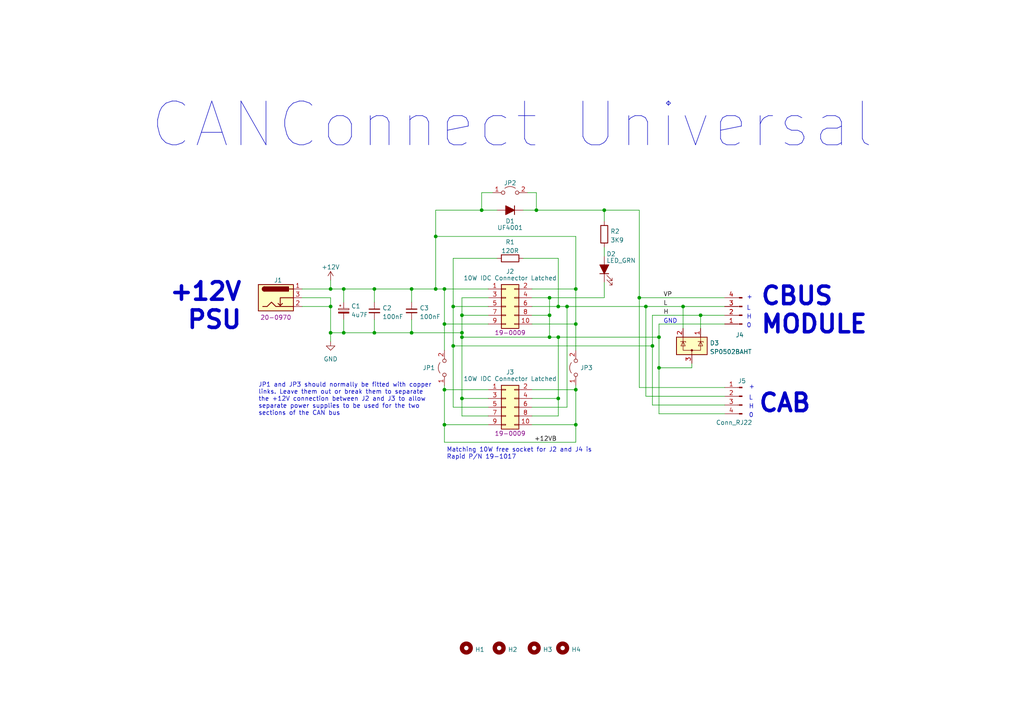
<source format=kicad_sch>
(kicad_sch (version 20211123) (generator eeschema)
  (paper "A4")
  (title_block (title "CANConnect Universal") (date "2022-07-30") (rev "A") (comment 1 "1008"))
  (lib_symbols
    (symbol "Connector:Barrel_Jack_Switch" (pin_names hide)
      (property "Reference" "J" (at 0 5.334 0))
      (property "Value" "Barrel_Jack_Switch" (at 0 -5.08 0))
      (symbol "Barrel_Jack_Switch_0_1"
        (rectangle (start -5.08 3.81) (end 5.08 -3.81) (stroke (width 0.254)) (fill (type background)))
        (arc (start -3.302 3.175) (mid -3.937 2.54) (end -3.302 1.905) (stroke (width 0.254)))
        (arc (start -3.302 3.175) (mid -3.937 2.54) (end -3.302 1.905) (stroke (width 0.254)) (fill (type outline)))
        (polyline (pts (xy 1.27 -2.286) (xy 1.905 -1.651)) (stroke (width 0.254)))
        (polyline (pts (xy 5.08 2.54) (xy 3.81 2.54)) (stroke (width 0.254)))
        (polyline (pts (xy 5.08 0) (xy 1.27 0) (xy 1.27 -2.286) (xy 0.635 -1.651)) (stroke (width 0.254)))
        (polyline (pts (xy -3.81 -2.54) (xy -2.54 -2.54) (xy -1.27 -1.27) (xy 0 -2.54) (xy 2.54 -2.54) (xy 5.08 -2.54)) (stroke (width 0.254)))
        (rectangle (start 3.683 3.175) (end -3.302 1.905) (stroke (width 0.254)) (fill (type outline)))
      )
      (symbol "Barrel_Jack_Switch_1_1"
        (pin passive line (at 7.62 2.54 180) (length 2.54) (name "~") (number "1"))
        (pin passive line (at 7.62 -2.54 180) (length 2.54) (name "~") (number "2"))
        (pin passive line (at 7.62 0 180) (length 2.54) (name "~") (number "3"))
      )
    )
    (symbol "Connector:Conn_01x04_Male" (pin_names (offset 1.016) hide)
      (property "Reference" "J" (at 0 5.08 0))
      (property "Value" "Conn_01x04_Male" (at 0 -7.62 0))
      (symbol "Conn_01x04_Male_1_1"
        (polyline (pts (xy 1.27 -5.08) (xy 0.8636 -5.08)) (stroke (width 0.1524)))
        (polyline (pts (xy 1.27 -2.54) (xy 0.8636 -2.54)) (stroke (width 0.1524)))
        (polyline (pts (xy 1.27 0) (xy 0.8636 0)) (stroke (width 0.1524)))
        (polyline (pts (xy 1.27 2.54) (xy 0.8636 2.54)) (stroke (width 0.1524)))
        (rectangle (start 0.8636 -4.953) (end 0 -5.207) (stroke (width 0.1524)) (fill (type outline)))
        (rectangle (start 0.8636 -2.413) (end 0 -2.667) (stroke (width 0.1524)) (fill (type outline)))
        (rectangle (start 0.8636 0.127) (end 0 -0.127) (stroke (width 0.1524)) (fill (type outline)))
        (rectangle (start 0.8636 2.667) (end 0 2.413) (stroke (width 0.1524)) (fill (type outline)))
        (pin passive line (at 5.08 2.54 180) (length 3.81) (name "Pin_1") (number "1"))
        (pin passive line (at 5.08 0 180) (length 3.81) (name "Pin_2") (number "2"))
        (pin passive line (at 5.08 -2.54 180) (length 3.81) (name "Pin_3") (number "3"))
        (pin passive line (at 5.08 -5.08 180) (length 3.81) (name "Pin_4") (number "4"))
      )
    )
    (symbol "Connector_Generic:Conn_02x05_Odd_Even" (pin_names (offset 1.016) hide)
      (property "Reference" "J" (at 1.27 7.62 0))
      (property "Value" "Conn_02x05_Odd_Even" (at 1.27 -7.62 0))
      (symbol "Conn_02x05_Odd_Even_1_1"
        (rectangle (start -1.27 -4.953) (end 0 -5.207) (stroke (width 0.1524)))
        (rectangle (start -1.27 -2.413) (end 0 -2.667) (stroke (width 0.1524)))
        (rectangle (start -1.27 0.127) (end 0 -0.127) (stroke (width 0.1524)))
        (rectangle (start -1.27 2.667) (end 0 2.413) (stroke (width 0.1524)))
        (rectangle (start -1.27 5.207) (end 0 4.953) (stroke (width 0.1524)))
        (rectangle (start -1.27 6.35) (end 3.81 -6.35) (stroke (width 0.254)) (fill (type background)))
        (rectangle (start 3.81 -4.953) (end 2.54 -5.207) (stroke (width 0.1524)))
        (rectangle (start 3.81 -2.413) (end 2.54 -2.667) (stroke (width 0.1524)))
        (rectangle (start 3.81 0.127) (end 2.54 -0.127) (stroke (width 0.1524)))
        (rectangle (start 3.81 2.667) (end 2.54 2.413) (stroke (width 0.1524)))
        (rectangle (start 3.81 5.207) (end 2.54 4.953) (stroke (width 0.1524)))
        (pin passive line (at -5.08 5.08 0) (length 3.81) (name "Pin_1") (number "1"))
        (pin passive line (at 7.62 -5.08 180) (length 3.81) (name "Pin_10") (number "10"))
        (pin passive line (at 7.62 5.08 180) (length 3.81) (name "Pin_2") (number "2"))
        (pin passive line (at -5.08 2.54 0) (length 3.81) (name "Pin_3") (number "3"))
        (pin passive line (at 7.62 2.54 180) (length 3.81) (name "Pin_4") (number "4"))
        (pin passive line (at -5.08 0 0) (length 3.81) (name "Pin_5") (number "5"))
        (pin passive line (at 7.62 0 180) (length 3.81) (name "Pin_6") (number "6"))
        (pin passive line (at -5.08 -2.54 0) (length 3.81) (name "Pin_7") (number "7"))
        (pin passive line (at 7.62 -2.54 180) (length 3.81) (name "Pin_8") (number "8"))
        (pin passive line (at -5.08 -5.08 0) (length 3.81) (name "Pin_9") (number "9"))
      )
    )
    (symbol "Device:C_Polarized_Small" (pin_numbers hide) (pin_names (offset 0.254) hide)
      (property "Reference" "C" (at 0.254 1.778 0))
      (property "Value" "C_Polarized_Small" (at 0.254 -2.032 0))
      (symbol "C_Polarized_Small_0_1"
        (rectangle (start -1.524 -0.3048) (end 1.524 -0.6858) (fill (type outline)))
        (rectangle (start -1.524 0.6858) (end 1.524 0.3048))
        (polyline (pts (xy -1.27 1.524) (xy -0.762 1.524)))
        (polyline (pts (xy -1.016 1.27) (xy -1.016 1.778)))
      )
      (symbol "C_Polarized_Small_1_1"
        (pin passive line (at 0 2.54 270) (length 1.8542) (name "~") (number "1"))
        (pin passive line (at 0 -2.54 90) (length 1.8542) (name "~") (number "2"))
      )
    )
    (symbol "Device:C_Small" (pin_numbers hide) (pin_names (offset 0.254) hide)
      (property "Reference" "C" (at 0.254 1.778 0))
      (property "Value" "C_Small" (at 0.254 -2.032 0))
      (symbol "C_Small_0_1"
        (polyline (pts (xy -1.524 -0.508) (xy 1.524 -0.508)) (stroke (width 0.3302)))
        (polyline (pts (xy -1.524 0.508) (xy 1.524 0.508)) (stroke (width 0.3048)))
      )
      (symbol "C_Small_1_1"
        (pin passive line (at 0 2.54 270) (length 2.032) (name "~") (number "1"))
        (pin passive line (at 0 -2.54 90) (length 2.032) (name "~") (number "2"))
      )
    )
    (symbol "Device:D_Filled" (pin_numbers hide) (pin_names (offset 1.016) hide)
      (property "Reference" "D" (at 0 2.54 0))
      (property "Value" "D_Filled" (at 0 -2.54 0))
      (symbol "D_Filled_0_1"
        (polyline (pts (xy -1.27 1.27) (xy -1.27 -1.27)) (stroke (width 0.254)))
        (polyline (pts (xy 1.27 0) (xy -1.27 0)))
        (polyline (pts (xy 1.27 1.27) (xy 1.27 -1.27) (xy -1.27 0) (xy 1.27 1.27)) (stroke (width 0.254)) (fill (type outline)))
      )
      (symbol "D_Filled_1_1"
        (pin passive line (at -3.81 0 0) (length 2.54) (name "K") (number "1"))
        (pin passive line (at 3.81 0 180) (length 2.54) (name "A") (number "2"))
      )
    )
    (symbol "Device:LED_Filled" (pin_numbers hide) (pin_names (offset 1.016) hide)
      (property "Reference" "D" (at 0 2.54 0))
      (property "Value" "LED_Filled" (at 0 -2.54 0))
      (symbol "LED_Filled_0_1"
        (polyline (pts (xy -1.27 -1.27) (xy -1.27 1.27)) (stroke (width 0.254)))
        (polyline (pts (xy -1.27 0) (xy 1.27 0)))
        (polyline (pts (xy 1.27 -1.27) (xy 1.27 1.27) (xy -1.27 0) (xy 1.27 -1.27)) (stroke (width 0.254)) (fill (type outline)))
        (polyline (pts (xy -3.048 -0.762) (xy -4.572 -2.286) (xy -3.81 -2.286) (xy -4.572 -2.286) (xy -4.572 -1.524)))
        (polyline (pts (xy -1.778 -0.762) (xy -3.302 -2.286) (xy -2.54 -2.286) (xy -3.302 -2.286) (xy -3.302 -1.524)))
      )
      (symbol "LED_Filled_1_1"
        (pin passive line (at -3.81 0 0) (length 2.54) (name "K") (number "1"))
        (pin passive line (at 3.81 0 180) (length 2.54) (name "A") (number "2"))
      )
    )
    (symbol "Device:R" (pin_numbers hide) (pin_names (offset 0))
      (property "Reference" "R" (at 2.032 0 90))
      (property "Value" "R" (at 0 0 90))
      (symbol "R_0_1"
        (rectangle (start -1.016 -2.54) (end 1.016 2.54) (stroke (width 0.254)))
      )
      (symbol "R_1_1"
        (pin passive line (at 0 3.81 270) (length 1.27) (name "~") (number "1"))
        (pin passive line (at 0 -3.81 90) (length 1.27) (name "~") (number "2"))
      )
    )
    (symbol "Jumper:Jumper_2_Open" (pin_names (offset 0) hide)
      (property "Reference" "JP" (at 0 2.794 0))
      (property "Value" "Jumper_2_Open" (at 0 -2.286 0))
      (symbol "Jumper_2_Open_0_0"
        (circle (center -2.032 0) (radius 0.508))
        (circle (center 2.032 0) (radius 0.508))
      )
      (symbol "Jumper_2_Open_0_1"
        (arc (start 1.524 1.27) (mid 0 1.778) (end -1.524 1.27))
      )
      (symbol "Jumper_2_Open_1_1"
        (pin passive line (at -5.08 0 0) (length 2.54) (name "A") (number "1"))
        (pin passive line (at 5.08 0 180) (length 2.54) (name "B") (number "2"))
      )
    )
    (symbol "Mechanical:MountingHole" (pin_names (offset 1.016))
      (property "Reference" "H" (at 0 5.08 0))
      (property "Value" "MountingHole" (at 0 3.175 0))
      (symbol "MountingHole_0_1"
        (circle (center 0 0) (radius 1.27) (stroke (width 1.27)))
      )
    )
    (symbol "Power_Protection:SP0502BAHT" (pin_names hide)
      (property "Reference" "D" (at 5.715 2.54 0))
      (property "Value" "SP0502BAHT" (at 5.715 0.635 0))
      (symbol "SP0502BAHT_0_0"
        (pin passive line (at 0 -5.08 90) (length 2.54) (name "A") (number "3"))
      )
      (symbol "SP0502BAHT_0_1"
        (rectangle (start -4.445 2.54) (end 4.445 -2.54) (stroke (width 0.254)) (fill (type background)))
        (circle (center 0 -1.27) (radius 0.254) (fill (type outline)))
        (polyline (pts (xy -2.54 2.54) (xy -2.54 1.27)))
        (polyline (pts (xy 0 -1.27) (xy 0 -2.54)))
        (polyline (pts (xy 2.54 2.54) (xy 2.54 1.27)))
        (polyline (pts (xy -3.302 1.016) (xy -3.302 1.27) (xy -1.905 1.27) (xy -1.778 1.27)))
        (polyline (pts (xy -2.54 1.27) (xy -2.54 -1.27) (xy 2.54 -1.27) (xy 2.54 1.27)))
        (polyline (pts (xy -2.54 1.27) (xy -1.905 0) (xy -3.175 0) (xy -2.54 1.27)))
        (polyline (pts (xy 1.778 1.016) (xy 1.778 1.27) (xy 3.175 1.27) (xy 3.302 1.27)))
        (polyline (pts (xy 2.54 1.27) (xy 1.905 0) (xy 3.175 0) (xy 2.54 1.27)))
      )
      (symbol "SP0502BAHT_1_1"
        (pin passive line (at -2.54 5.08 270) (length 2.54) (name "K") (number "1"))
        (pin passive line (at 2.54 5.08 270) (length 2.54) (name "K") (number "2"))
      )
    )
    (symbol "power:+12V" (power) (pin_names (offset 0))
      (property "Value" "+12V" (at 0 3.556 0))
      (symbol "+12V_0_1"
        (polyline (pts (xy -0.762 1.27) (xy 0 2.54)))
        (polyline (pts (xy 0 0) (xy 0 2.54)))
        (polyline (pts (xy 0 2.54) (xy 0.762 1.27)))
      )
      (symbol "+12V_1_1"
        (pin power_in line (at 0 0 90) (length 0) hide (name "+12V") (number "1"))
      )
    )
    (symbol "power:GND" (power) (pin_names (offset 0))
      (property "Value" "GND" (at 0 -3.81 0))
      (symbol "GND_0_1"
        (polyline (pts (xy 0 0) (xy 0 -1.27) (xy 1.27 -1.27) (xy 0 -2.54) (xy -1.27 -1.27) (xy 0 -1.27)))
      )
      (symbol "GND_1_1"
        (pin power_in line (at 0 0 270) (length 0) hide (name "GND") (number "1"))
      )
    )
  )
  (junction (at 159.385 97.79))
  (junction (at 167.005 83.82))
  (junction (at 128.905 83.82))
  (junction (at 159.385 91.44))
  (junction (at 191.135 106.68))
  (junction (at 167.005 123.19))
  (junction (at 133.985 91.44))
  (junction (at 161.925 97.79))
  (junction (at 99.695 83.82))
  (junction (at 159.385 86.36))
  (junction (at 128.905 93.98))
  (junction (at 95.885 83.82))
  (junction (at 126.365 68.58))
  (junction (at 155.575 60.96))
  (junction (at 119.38 83.82))
  (junction (at 164.465 88.9))
  (junction (at 108.585 96.52))
  (junction (at 161.925 115.57))
  (junction (at 108.585 83.82))
  (junction (at 131.445 100.33))
  (junction (at 139.7 60.96))
  (junction (at 133.985 96.52))
  (junction (at 189.23 100.33))
  (junction (at 99.695 96.52))
  (junction (at 187.325 88.9))
  (junction (at 198.12 88.9))
  (junction (at 95.885 88.9))
  (junction (at 175.26 60.96))
  (junction (at 133.985 115.57))
  (junction (at 167.005 113.03))
  (junction (at 128.905 113.03))
  (junction (at 191.135 97.79))
  (junction (at 128.905 123.19))
  (junction (at 185.42 86.36))
  (junction (at 203.2 91.44))
  (junction (at 161.925 88.9))
  (junction (at 167.005 93.98))
  (junction (at 119.38 96.52))
  (junction (at 133.985 97.79))
  (junction (at 95.885 96.52))
  (junction (at 126.365 83.82))
  (junction (at 131.445 88.9))
  (wire (pts (xy 133.985 120.65) (xy 141.605 120.65)))
  (wire (pts (xy 154.305 118.11) (xy 164.465 118.11)))
  (wire (pts (xy 203.2 91.44) (xy 203.2 95.25)))
  (wire (pts (xy 154.305 123.19) (xy 167.005 123.19)))
  (wire (pts (xy 126.365 68.58) (xy 126.365 83.82)))
  (wire (pts (xy 99.695 83.82) (xy 108.585 83.82)))
  (wire (pts (xy 155.575 60.96) (xy 175.26 60.96)))
  (wire (pts (xy 139.7 55.88) (xy 139.7 60.96)))
  (wire (pts (xy 187.325 88.9) (xy 198.12 88.9)))
  (wire (pts (xy 198.12 88.9) (xy 198.12 95.25)))
  (wire (pts (xy 108.585 83.82) (xy 108.585 87.63)))
  (wire (pts (xy 131.445 118.11) (xy 131.445 100.33)))
  (wire (pts (xy 87.63 88.9) (xy 95.885 88.9)))
  (wire (pts (xy 131.445 74.93) (xy 131.445 88.9)))
  (wire (pts (xy 154.305 115.57) (xy 161.925 115.57)))
  (wire (pts (xy 203.2 91.44) (xy 210.185 91.44)))
  (wire (pts (xy 128.905 123.19) (xy 128.905 113.03)))
  (wire (pts (xy 154.305 93.98) (xy 167.005 93.98)))
  (wire (pts (xy 161.925 97.79) (xy 161.925 115.57)))
  (wire (pts (xy 128.905 83.82) (xy 128.905 93.98)))
  (wire (pts (xy 187.325 88.9) (xy 187.325 114.935)))
  (wire (pts (xy 159.385 91.44) (xy 159.385 97.79)))
  (wire (pts (xy 164.465 88.9) (xy 164.465 118.11)))
  (wire (pts (xy 151.765 74.93) (xy 161.925 74.93)))
  (wire (pts (xy 164.465 88.9) (xy 187.325 88.9)))
  (wire (pts (xy 167.005 93.98) (xy 167.005 101.6)))
  (wire (pts (xy 108.585 92.71) (xy 108.585 96.52)))
  (wire (pts (xy 95.885 88.9) (xy 95.885 96.52)))
  (wire (pts (xy 142.875 55.88) (xy 139.7 55.88)))
  (wire (pts (xy 133.985 115.57) (xy 141.605 115.57)))
  (wire (pts (xy 99.695 92.71) (xy 99.695 96.52)))
  (wire (pts (xy 108.585 83.82) (xy 119.38 83.82)))
  (wire (pts (xy 198.12 88.9) (xy 210.185 88.9)))
  (wire (pts (xy 95.885 96.52) (xy 95.885 99.06)))
  (wire (pts (xy 99.695 83.82) (xy 99.695 87.63)))
  (wire (pts (xy 131.445 88.9) (xy 141.605 88.9)))
  (wire (pts (xy 128.905 93.98) (xy 141.605 93.98)))
  (wire (pts (xy 175.26 60.96) (xy 185.42 60.96)))
  (wire (pts (xy 167.005 93.98) (xy 167.005 83.82)))
  (wire (pts (xy 191.135 106.68) (xy 200.66 106.68)))
  (wire (pts (xy 185.42 86.36) (xy 185.42 112.395)))
  (wire (pts (xy 108.585 96.52) (xy 119.38 96.52)))
  (wire (pts (xy 154.305 83.82) (xy 167.005 83.82)))
  (wire (pts (xy 189.23 117.475) (xy 189.23 100.33)))
  (wire (pts (xy 128.905 128.27) (xy 167.005 128.27)))
  (wire (pts (xy 189.23 91.44) (xy 203.2 91.44)))
  (wire (pts (xy 185.42 112.395) (xy 210.185 112.395)))
  (wire (pts (xy 128.905 113.03) (xy 141.605 113.03)))
  (wire (pts (xy 200.66 106.68) (xy 200.66 105.41)))
  (wire (pts (xy 167.005 113.03) (xy 167.005 123.19)))
  (wire (pts (xy 155.575 55.88) (xy 155.575 60.96)))
  (wire (pts (xy 119.38 92.71) (xy 119.38 96.52)))
  (wire (pts (xy 126.365 60.96) (xy 139.7 60.96)))
  (wire (pts (xy 175.26 86.36) (xy 175.26 81.915)))
  (wire (pts (xy 154.305 88.9) (xy 161.925 88.9)))
  (wire (pts (xy 154.305 91.44) (xy 159.385 91.44)))
  (wire (pts (xy 126.365 83.82) (xy 128.905 83.82)))
  (wire (pts (xy 210.185 93.98) (xy 191.135 93.98)))
  (wire (pts (xy 87.63 83.82) (xy 95.885 83.82)))
  (wire (pts (xy 144.145 74.93) (xy 131.445 74.93)))
  (wire (pts (xy 154.305 113.03) (xy 167.005 113.03)))
  (wire (pts (xy 210.185 117.475) (xy 189.23 117.475)))
  (wire (pts (xy 133.985 96.52) (xy 133.985 97.79)))
  (wire (pts (xy 133.985 91.44) (xy 141.605 91.44)))
  (wire (pts (xy 189.23 100.33) (xy 189.23 91.44)))
  (wire (pts (xy 95.885 96.52) (xy 99.695 96.52)))
  (wire (pts (xy 131.445 88.9) (xy 131.445 100.33)))
  (wire (pts (xy 95.885 83.82) (xy 99.695 83.82)))
  (wire (pts (xy 167.005 83.82) (xy 167.005 68.58)))
  (wire (pts (xy 95.885 81.28) (xy 95.885 83.82)))
  (wire (pts (xy 185.42 86.36) (xy 210.185 86.36)))
  (wire (pts (xy 159.385 97.79) (xy 161.925 97.79)))
  (wire (pts (xy 191.135 93.98) (xy 191.135 97.79)))
  (wire (pts (xy 167.005 111.76) (xy 167.005 113.03)))
  (wire (pts (xy 119.38 83.82) (xy 119.38 87.63)))
  (wire (pts (xy 139.7 60.96) (xy 144.145 60.96)))
  (wire (pts (xy 141.605 118.11) (xy 131.445 118.11)))
  (wire (pts (xy 128.905 93.98) (xy 128.905 101.6)))
  (wire (pts (xy 161.925 97.79) (xy 191.135 97.79)))
  (wire (pts (xy 210.185 120.015) (xy 191.135 120.015)))
  (wire (pts (xy 191.135 97.79) (xy 191.135 106.68)))
  (wire (pts (xy 175.26 71.755) (xy 175.26 74.295)))
  (wire (pts (xy 133.985 91.44) (xy 133.985 96.52)))
  (wire (pts (xy 128.905 123.19) (xy 128.905 128.27)))
  (wire (pts (xy 131.445 100.33) (xy 189.23 100.33)))
  (wire (pts (xy 133.985 97.79) (xy 133.985 115.57)))
  (wire (pts (xy 185.42 86.36) (xy 185.42 60.96)))
  (wire (pts (xy 126.365 60.96) (xy 126.365 68.58)))
  (wire (pts (xy 159.385 86.36) (xy 175.26 86.36)))
  (wire (pts (xy 133.985 97.79) (xy 159.385 97.79)))
  (wire (pts (xy 159.385 86.36) (xy 159.385 91.44)))
  (wire (pts (xy 133.985 115.57) (xy 133.985 120.65)))
  (wire (pts (xy 191.135 120.015) (xy 191.135 106.68)))
  (wire (pts (xy 87.63 86.36) (xy 95.885 86.36)))
  (wire (pts (xy 141.605 86.36) (xy 133.985 86.36)))
  (wire (pts (xy 119.38 96.52) (xy 133.985 96.52)))
  (wire (pts (xy 167.005 123.19) (xy 167.005 128.27)))
  (wire (pts (xy 95.885 86.36) (xy 95.885 88.9)))
  (wire (pts (xy 175.26 60.96) (xy 175.26 64.135)))
  (wire (pts (xy 141.605 123.19) (xy 128.905 123.19)))
  (wire (pts (xy 210.185 114.935) (xy 187.325 114.935)))
  (wire (pts (xy 154.305 120.65) (xy 161.925 120.65)))
  (wire (pts (xy 128.905 111.76) (xy 128.905 113.03)))
  (wire (pts (xy 154.305 86.36) (xy 159.385 86.36)))
  (wire (pts (xy 153.035 55.88) (xy 155.575 55.88)))
  (wire (pts (xy 161.925 88.9) (xy 164.465 88.9)))
  (wire (pts (xy 161.925 74.93) (xy 161.925 88.9)))
  (wire (pts (xy 161.925 115.57) (xy 161.925 120.65)))
  (wire (pts (xy 133.985 86.36) (xy 133.985 91.44)))
  (wire (pts (xy 151.765 60.96) (xy 155.575 60.96)))
  (wire (pts (xy 128.905 83.82) (xy 141.605 83.82)))
  (wire (pts (xy 119.38 83.82) (xy 126.365 83.82)))
  (wire (pts (xy 99.695 96.52) (xy 108.585 96.52)))
  (wire (pts (xy 126.365 68.58) (xy 167.005 68.58)))
  (text "+" (at 217.17 113.03 0) (effects (font (size 1.27 1.27)) (justify left bottom)))
  (text "CANConnect Universal" (at 43.18 43.815 0) (effects (font (size 12.7 12.7)) (justify left bottom)))
  (text "JP1 and JP3 should normally be fitted with copper\nlinks. Leave them out or break them to separate\nthe +12V connection between J2 and J3 to allow\nseparate power supplies to be used for the two\nsections of the CAN bus" (at 74.93 120.65 0) (effects (font (size 1.27 1.27)) (justify left bottom)))
  (text "+" (at 216.535 86.995 0) (effects (font (size 1.27 1.27)) (justify left bottom)))
  (text "L" (at 217.17 116.205 0) (effects (font (size 1.27 1.27)) (justify left bottom)))
  (text "H" (at 217.17 118.745 0) (effects (font (size 1.27 1.27)) (justify left bottom)))
  (text "CAB" (at 219.71 120.015 0) (effects (font (size 5.08 5.08) (thickness 1.016) bold) (justify left bottom)))
  (text "+12V\nPSU" (at 70.485 95.885 180) (effects (font (size 5.08 5.08) (thickness 1.016) bold) (justify right bottom)))
  (text "H" (at 216.535 92.71 0) (effects (font (size 1.27 1.27)) (justify left bottom)))
  (text "0" (at 217.17 121.285 0) (effects (font (size 1.27 1.27)) (justify left bottom)))
  (text "L" (at 216.535 90.17 0) (effects (font (size 1.27 1.27)) (justify left bottom)))
  (text "0" (at 216.535 95.25 0) (effects (font (size 1.27 1.27)) (justify left bottom)))
  (text "GND" (at 192.405 93.98 0) (effects (font (size 1.27 1.27)) (justify left bottom)))
  (text "CBUS\nMODULE" (at 220.345 97.155 0) (effects (font (size 5.08 5.08) (thickness 1.016) bold) (justify left bottom)))
  (text "Matching 10W free socket for J2 and J4 is\nRapid P/N 19-1017" (at 129.54 133.35 0) (effects (font (size 1.27 1.27)) (justify left bottom)))
  (label "+12VB" (at 154.94 128.27 0))
  (label "H" (at 192.405 91.44 0))
  (label "L" (at 192.405 88.9 0))
  (label "VP" (at 192.405 86.36 0))
  (symbol (lib_id "Mechanical:MountingHole") (at 163.195 187.96 0) (unit 1)
    (property "Reference" "H4" (at 165.735 188.3938 0) (effects (justify left)))
    (property "Value" "MountingHole" (effects hide))
    (property "Footprint" "MountingHole:MountingHole_3.2mm_M3" (effects hide))
  )
  (symbol (lib_id "Device:R") (at 147.955 74.93 270) (unit 1)
    (property "Reference" "R1" (at 147.955 70.2142 90))
    (property "Value" "120R" (at 147.955 72.7511 90))
    (property "Footprint" "mylib:R_Axial_P10.16mm_Horizontal" (effects hide))
  )
  (symbol (lib_id "Power_Protection:SP0502BAHT") (at 200.66 100.33 0) (mirror y) (unit 1)
    (property "Reference" "D3" (at 205.867 99.4953 0) (effects (justify right)))
    (property "Value" "SP0502BAHT" (at 205.867 102.0322 0) (effects (justify right)))
    (property "Footprint" "Package_TO_SOT_SMD:SOT-23" (effects hide))
    (property "Datasheet" "http://www.littelfuse.com/~/media/files/littelfuse/technical%20resources/documents/data%20sheets/sp05xxba.pdf" (effects hide))
  )
  (symbol (lib_id "Connector_Generic:Conn_02x05_Odd_Even") (at 146.685 88.9 0) (unit 1)
    (property "Reference" "J2" (at 147.955 78.74 0))
    (property "Value" "10W IDC Connector Latched" (at 147.955 80.645 0))
    (property "Footprint" "Connector_IDC:IDC-Header_2x05_P2.54mm_Latch_Vertical" (effects hide))
    (property "Part No." "19-0009" (at 147.955 96.52 0))
  )
  (symbol (lib_id "Device:D_Filled") (at 147.955 60.96 180) (unit 1)
    (property "Reference" "D1" (at 147.955 64.135 0))
    (property "Value" "UF4001" (at 147.955 66.04 0))
    (property "Footprint" "Diode_THT:D_DO-41_SOD81_P10.16mm_Horizontal" (effects hide))
  )
  (symbol (lib_id "Device:C_Polarized_Small") (at 99.695 90.17 0) (unit 1)
    (property "Reference" "C1" (at 101.854 88.7892 0) (effects (justify left)))
    (property "Value" "4u7F" (at 101.854 91.3261 0) (effects (justify left)))
    (property "Footprint" "Capacitor_THT:CP_Radial_Tantal_D5.0mm_P2.50mm" (effects hide))
  )
  (symbol (lib_id "Connector:Conn_01x04_Male") (at 215.265 114.935 0) (mirror y) (unit 1)
    (property "Reference" "J5" (at 213.995 110.49 0) (effects (justify right)))
    (property "Value" "Conn_RJ22" (at 207.645 122.555 0) (effects (justify right)))
    (property "Footprint" "mylib:RJ22" (effects hide))
  )
  (symbol (lib_id "Device:R") (at 175.26 67.945 0) (unit 1)
    (property "Reference" "R2" (at 177.038 67.1103 0) (effects (justify left)))
    (property "Value" "3K9" (at 177.038 69.6472 0) (effects (justify left)))
    (property "Footprint" "mylib:R_Axial_P10.16mm_Horizontal" (effects hide))
  )
  (symbol (lib_id "Jumper:Jumper_2_Open") (at 167.005 106.68 90) (unit 1)
    (property "Reference" "JP3" (at 168.275 106.68 90) (effects (justify right)))
    (property "Value" "Jumper_2_Open" (effects hide))
    (property "Footprint" "Connector_PinHeader_2.54mm:PinHeader_1x02_P2.54mm_Vertical" (effects hide))
  )
  (symbol (lib_id "Mechanical:MountingHole") (at 144.78 187.96 0) (unit 1)
    (property "Reference" "H2" (at 147.32 188.3938 0) (effects (justify left)))
    (property "Value" "MountingHole" (effects hide))
    (property "Footprint" "MountingHole:MountingHole_3.2mm_M3" (effects hide))
  )
  (symbol (lib_id "Device:LED_Filled") (at 175.26 78.105 90) (unit 1)
    (property "Reference" "D2" (at 175.895 73.66 90) (effects (justify right)))
    (property "Value" "LED_GRN" (at 175.895 75.565 90) (effects (justify right)))
    (property "Footprint" "LED_THT:LED_D3.0mm" (effects hide))
  )
  (symbol (lib_id "power:+12V") (at 95.885 81.28 0) (unit 1)
    (property "Reference" "#PWR01" (effects hide))
    (property "Value" "+12V" (at 95.885 77.47 0))
  )
  (symbol (lib_id "power:GND") (at 95.885 99.06 0) (unit 1)
    (property "Reference" "#PWR02" (effects hide))
    (property "Value" "GND" (at 95.885 104.14 0))
  )
  (symbol (lib_id "Connector_Generic:Conn_02x05_Odd_Even") (at 146.685 118.11 0) (unit 1)
    (property "Reference" "J3" (at 147.955 107.95 0))
    (property "Value" "10W IDC Connector Latched" (at 147.955 109.855 0))
    (property "Footprint" "Connector_IDC:IDC-Header_2x05_P2.54mm_Latch_Vertical" (effects hide))
    (property "Part No." "19-0009" (at 147.955 125.73 0))
  )
  (symbol (lib_id "Jumper:Jumper_2_Open") (at 128.905 106.68 90) (unit 1)
    (property "Reference" "JP1" (at 122.555 106.68 90) (effects (justify right)))
    (property "Value" "Jumper_2_Open" (effects hide))
    (property "Footprint" "Connector_PinHeader_2.54mm:PinHeader_1x02_P2.54mm_Vertical" (effects hide))
  )
  (symbol (lib_id "Mechanical:MountingHole") (at 154.94 187.96 0) (unit 1)
    (property "Reference" "H3" (at 157.48 188.3938 0) (effects (justify left)))
    (property "Value" "MountingHole" (effects hide))
    (property "Footprint" "MountingHole:MountingHole_3.2mm_M3" (effects hide))
  )
  (symbol (lib_id "Jumper:Jumper_2_Open") (at 147.955 55.88 0) (unit 1)
    (property "Reference" "JP2" (at 147.955 53.0662 0))
    (property "Value" "Jumper_2_Open" (effects hide))
    (property "Footprint" "Connector_PinHeader_2.54mm:PinHeader_1x02_P2.54mm_Vertical" (effects hide))
  )
  (symbol (lib_id "Connector:Conn_01x04_Male") (at 215.265 91.44 180) (unit 1)
    (property "Reference" "J4" (at 213.36 97.155 0) (effects (justify right)))
    (property "Value" "Conn_01x04_Male" (effects hide))
    (property "Footprint" "mylib:Camdenboss_3pt5mm_pitch_PCB_horizontal_4Way" (effects hide))
  )
  (symbol (lib_id "Connector:Barrel_Jack_Switch") (at 80.01 86.36 0) (unit 1)
    (property "Reference" "J1" (at 80.645 81.28 0))
    (property "Value" "2.1mm PCB Power Socket" (effects hide))
    (property "Footprint" "Connector_BarrelJack:BarrelJack_Horizontal" (effects hide))
    (property "Part no." "20-0970" (at 80.01 92.075 0))
  )
  (symbol (lib_id "Device:C_Small") (at 119.38 90.17 0) (unit 1)
    (property "Reference" "C3" (at 121.7041 89.3416 0) (effects (justify left)))
    (property "Value" "100nF" (at 121.7041 91.8785 0) (effects (justify left)))
    (property "Footprint" "Capacitor_THT:C_Disc_D5.0mm_W2.5mm_P5.00mm" (effects hide))
  )
  (symbol (lib_id "Mechanical:MountingHole") (at 135.255 187.96 0) (unit 1)
    (property "Reference" "H1" (at 137.795 188.3938 0) (effects (justify left)))
    (property "Value" "MountingHole" (effects hide))
    (property "Footprint" "MountingHole:MountingHole_3.2mm_M3" (effects hide))
  )
  (symbol (lib_id "Device:C_Small") (at 108.585 90.17 0) (unit 1)
    (property "Reference" "C2" (at 110.9091 89.3416 0) (effects (justify left)))
    (property "Value" "100nF" (at 110.9091 91.8785 0) (effects (justify left)))
    (property "Footprint" "Capacitor_THT:C_Disc_D5.0mm_W2.5mm_P5.00mm" (effects hide))
  )
)
</source>
